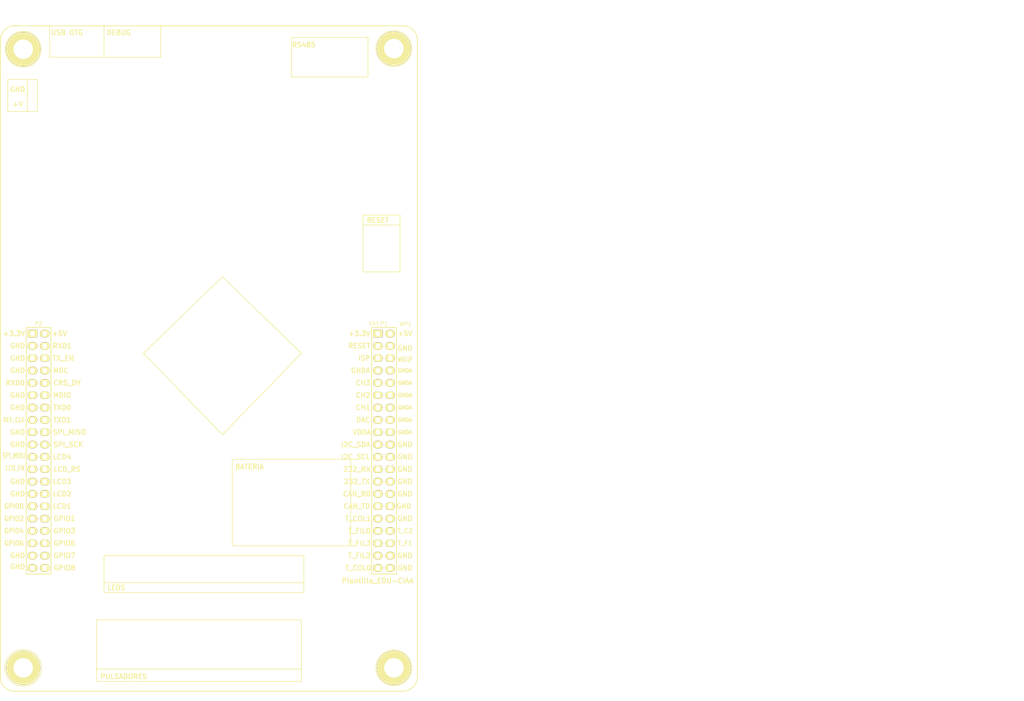
<source format=kicad_pcb>
(kicad_pcb (version 4) (host pcbnew 4.0.2-stable)

  (general
    (links 26)
    (no_connects 26)
    (area 14.882141 18.89 283.73971 182.405001)
    (thickness 1.6)
    (drawings 109)
    (tracks 0)
    (zones 0)
    (modules 2)
    (nets 44)
  )

  (page A4)
  (title_block
    (title "Poncho Grande - Modelo - Ejemplo - Template")
    (date 2015-10-06)
    (rev 1.0)
    (company "Proyecto CIAA - COMPUTADORA INDUSTRIAL ABIERTA ARGENTINA")
    (comment 1 https://github.com/ciaa/Ponchos/tree/master/modelos/doc)
    (comment 2 "Autores y Licencia del template (Diego Brengi - UNLaM)")
    (comment 3 "Autor del poncho (COMPLETAR NOMBRE Y APELLIDO). Ver directorio \"doc\"")
    (comment 4 "CÓDIGO PONCHO: ")
  )

  (layers
    (0 F.Cu signal)
    (31 B.Cu signal)
    (32 B.Adhes user)
    (33 F.Adhes user)
    (34 B.Paste user)
    (35 F.Paste user)
    (36 B.SilkS user)
    (37 F.SilkS user)
    (38 B.Mask user)
    (39 F.Mask user)
    (40 Dwgs.User user)
    (41 Cmts.User user)
    (42 Eco1.User user)
    (43 Eco2.User user)
    (44 Edge.Cuts user)
    (45 Margin user)
    (46 B.CrtYd user)
    (47 F.CrtYd user)
    (48 B.Fab user)
    (49 F.Fab user)
  )

  (setup
    (last_trace_width 0.381)
    (user_trace_width 0.508)
    (user_trace_width 0.635)
    (user_trace_width 0.762)
    (user_trace_width 1.016)
    (user_trace_width 1.27)
    (user_trace_width 1.524)
    (trace_clearance 0.508)
    (zone_clearance 0.508)
    (zone_45_only no)
    (trace_min 0.2)
    (segment_width 0.2)
    (edge_width 0.15)
    (via_size 0.6)
    (via_drill 0.4)
    (via_min_size 0.4)
    (via_min_drill 0.3)
    (uvia_size 0.3)
    (uvia_drill 0.1)
    (uvias_allowed no)
    (uvia_min_size 0)
    (uvia_min_drill 0)
    (pcb_text_width 0.3)
    (pcb_text_size 1.5 1.5)
    (mod_edge_width 0.15)
    (mod_text_size 0.000001 0.000001)
    (mod_text_width 0.15)
    (pad_size 7 7)
    (pad_drill 4)
    (pad_to_mask_clearance 0.2)
    (aux_axis_origin 0 0)
    (visible_elements 7FFEFFFF)
    (pcbplotparams
      (layerselection 0x00020_80000000)
      (usegerberextensions false)
      (excludeedgelayer false)
      (linewidth 0.100000)
      (plotframeref false)
      (viasonmask false)
      (mode 1)
      (useauxorigin false)
      (hpglpennumber 1)
      (hpglpenspeed 20)
      (hpglpendiameter 15)
      (hpglpenoverlay 2)
      (psnegative false)
      (psa4output false)
      (plotreference true)
      (plotvalue false)
      (plotinvisibletext false)
      (padsonsilk false)
      (subtractmaskfromsilk false)
      (outputformat 1)
      (mirror false)
      (drillshape 0)
      (scaleselection 1)
      (outputdirectory ""))
  )

  (net 0 "")
  (net 1 "/Circuito Principal/GPIO3")
  (net 2 GND)
  (net 3 "/Circuito Principal/GPIO7")
  (net 4 "/Circuito Principal/GPIO8")
  (net 5 "/Circuito Principal/ADC1")
  (net 6 "/Circuito Principal/ADC2")
  (net 7 "/Circuito Principal/ADC3")
  (net 8 "/Circuito Principal/DAC")
  (net 9 GNDA)
  (net 10 "/Circuito Principal/RXD")
  (net 11 +5V)
  (net 12 "/Circuito Principal/TXD")
  (net 13 "/Circuito Principal/COL0")
  (net 14 "/Circuito Principal/COL1")
  (net 15 "/Circuito Principal/F2")
  (net 16 "/Circuito Principal/F0")
  (net 17 "/Circuito Principal/F3")
  (net 18 "/Circuito Principal/LCD4")
  (net 19 "/Circuito Principal/RS")
  (net 20 +3.3VP)
  (net 21 "/Circuito Principal/RD")
  (net 22 "/Circuito Principal/TD")
  (net 23 "/Circuito Principal/SDA")
  (net 24 "/Circuito Principal/spiCCK")
  (net 25 "/Circuito Principal/MISO")
  (net 26 "/Circuito Principal/ISP")
  (net 27 "/Circuito Principal/RESET")
  (net 28 "/Circuito Principal/GPIO5")
  (net 29 "/Circuito Principal/LCD1")
  (net 30 "/Circuito Principal/LCD2")
  (net 31 "/Circuito Principal/LCD3")
  (net 32 +3.3V)
  (net 33 +5VP)
  (net 34 "/Circuito Principal/GPIO1")
  (net 35 "/Circuito Principal/RXD1")
  (net 36 "/Circuito Principal/TXEN")
  (net 37 "/Circuito Principal/MDC")
  (net 38 "/Circuito Principal/CRS")
  (net 39 "/Circuito Principal/MDIO")
  (net 40 "/Circuito Principal/TXD0")
  (net 41 "/Circuito Principal/TXD1")
  (net 42 +3.3VADC)
  (net 43 "/Circuito Principal/SCL")

  (net_class Default "This is the default net class."
    (clearance 0.508)
    (trace_width 0.381)
    (via_dia 0.6)
    (via_drill 0.4)
    (uvia_dia 0.3)
    (uvia_drill 0.1)
    (add_net +3.3V)
    (add_net +3.3VADC)
    (add_net +3.3VP)
    (add_net +5V)
    (add_net +5VP)
    (add_net "/Circuito Principal/ADC1")
    (add_net "/Circuito Principal/ADC2")
    (add_net "/Circuito Principal/ADC3")
    (add_net "/Circuito Principal/COL0")
    (add_net "/Circuito Principal/COL1")
    (add_net "/Circuito Principal/CRS")
    (add_net "/Circuito Principal/DAC")
    (add_net "/Circuito Principal/F0")
    (add_net "/Circuito Principal/F2")
    (add_net "/Circuito Principal/F3")
    (add_net "/Circuito Principal/GPIO1")
    (add_net "/Circuito Principal/GPIO3")
    (add_net "/Circuito Principal/GPIO5")
    (add_net "/Circuito Principal/GPIO7")
    (add_net "/Circuito Principal/GPIO8")
    (add_net "/Circuito Principal/ISP")
    (add_net "/Circuito Principal/LCD1")
    (add_net "/Circuito Principal/LCD2")
    (add_net "/Circuito Principal/LCD3")
    (add_net "/Circuito Principal/LCD4")
    (add_net "/Circuito Principal/MDC")
    (add_net "/Circuito Principal/MDIO")
    (add_net "/Circuito Principal/MISO")
    (add_net "/Circuito Principal/RD")
    (add_net "/Circuito Principal/RESET")
    (add_net "/Circuito Principal/RS")
    (add_net "/Circuito Principal/RXD")
    (add_net "/Circuito Principal/RXD1")
    (add_net "/Circuito Principal/SCL")
    (add_net "/Circuito Principal/SDA")
    (add_net "/Circuito Principal/TD")
    (add_net "/Circuito Principal/TXD")
    (add_net "/Circuito Principal/TXD0")
    (add_net "/Circuito Principal/TXD1")
    (add_net "/Circuito Principal/TXEN")
    (add_net "/Circuito Principal/spiCCK")
    (add_net GND)
    (add_net GNDA)
  )

  (module Poncho_Esqueleto:Plantilla_EDU-CIAA locked (layer F.Cu) (tedit 560FA1A7) (tstamp 560FA311)
    (at 151.13 88.9)
    (tags "plantilla poncho EDU CIAA")
    (fp_text reference MP1 (at 5.715 -1.905) (layer F.SilkS)
      (effects (font (size 0.8 0.8) (thickness 0.12)))
    )
    (fp_text value Plantilla_EDU-CIAA (at -0.03 50.9) (layer F.SilkS)
      (effects (font (size 1.016 1.016) (thickness 0.2032)))
    )
    (fp_line (start -73.025 68.834) (end -74.93 68.834) (layer F.SilkS) (width 0.15))
    (fp_line (start -73.025 68.834) (end -71.12 68.834) (layer F.SilkS) (width 0.15))
    (fp_line (start -73.025 68.834) (end -73.025 70.739) (layer F.SilkS) (width 0.15))
    (fp_line (start -73.025 68.834) (end -73.025 66.929) (layer F.SilkS) (width 0.15))
    (fp_circle (center -73.025 68.834) (end -72.136 65.151) (layer F.SilkS) (width 0.15))
    (fp_circle (center 3.302 68.834) (end 6.858 69.85) (layer F.SilkS) (width 0.15))
    (fp_line (start 3.302 68.834) (end 5.207 68.834) (layer F.SilkS) (width 0.15))
    (fp_line (start 3.302 68.834) (end 1.397 68.834) (layer F.SilkS) (width 0.15))
    (fp_line (start 3.302 68.834) (end 3.302 70.739) (layer F.SilkS) (width 0.15))
    (fp_line (start 3.302 68.834) (end 3.302 66.929) (layer F.SilkS) (width 0.15))
    (fp_line (start 3.302 -58.674) (end 1.397 -58.674) (layer F.SilkS) (width 0.15))
    (fp_line (start 3.302 -58.674) (end 5.207 -58.674) (layer F.SilkS) (width 0.15))
    (fp_line (start 3.302 -58.674) (end 3.302 -56.769) (layer F.SilkS) (width 0.15))
    (fp_line (start 3.302 -58.674) (end 3.302 -60.579) (layer F.SilkS) (width 0.15))
    (fp_circle (center 3.302 -58.674) (end 6.731 -57.277) (layer F.SilkS) (width 0.15))
    (fp_circle (center -73.025 -58.547) (end -69.469 -59.563) (layer F.SilkS) (width 0.15))
    (fp_line (start -73.025 -58.547) (end -74.93 -58.547) (layer F.SilkS) (width 0.15))
    (fp_line (start -73.025 -58.547) (end -71.12 -58.547) (layer F.SilkS) (width 0.15))
    (fp_line (start -73.025 -58.547) (end -73.025 -56.642) (layer F.SilkS) (width 0.15))
    (fp_line (start -73.025 -58.547) (end -73.025 -60.452) (layer F.SilkS) (width 0.15))
    (fp_circle (center 0 0) (end 0.508 0) (layer F.SilkS) (width 0.15))
    (fp_line (start -72.136 -45.72) (end -70.104 -45.72) (layer F.SilkS) (width 0.15))
    (fp_line (start -70.104 -45.72) (end -70.104 -52.324) (layer F.SilkS) (width 0.15))
    (fp_line (start -70.104 -52.324) (end -72.136 -52.324) (layer F.SilkS) (width 0.15))
    (fp_text user GND (at -74.168 -50.292) (layer F.SilkS)
      (effects (font (size 1 1) (thickness 0.2)))
    )
    (fp_text user +V (at -74.168 -47.244) (layer F.SilkS)
      (effects (font (size 1 1) (thickness 0.2)))
    )
    (fp_line (start -76.2 -45.72) (end -72.136 -45.72) (layer F.SilkS) (width 0.15))
    (fp_line (start -72.136 -45.72) (end -72.136 -52.324) (layer F.SilkS) (width 0.15))
    (fp_line (start -72.136 -52.324) (end -76.2 -52.324) (layer F.SilkS) (width 0.15))
    (fp_line (start -76.2 -52.324) (end -76.2 -45.72) (layer F.SilkS) (width 0.15))
    (fp_text user DEBUG (at -53.34 -61.976) (layer F.SilkS)
      (effects (font (size 1 1) (thickness 0.2)))
    )
    (fp_text user "USB OTG" (at -64.008 -61.976) (layer F.SilkS)
      (effects (font (size 1 1) (thickness 0.2)))
    )
    (fp_line (start -56.388 -56.896) (end -56.388 -63.5) (layer F.SilkS) (width 0.15))
    (fp_line (start -44.704 -62.992) (end -44.704 -63.5) (layer F.SilkS) (width 0.15))
    (fp_line (start -67.564 -56.896) (end -67.564 -62.992) (layer F.SilkS) (width 0.15))
    (fp_line (start -67.564 -62.992) (end -67.564 -63.5) (layer F.SilkS) (width 0.15))
    (fp_line (start -44.704 -62.992) (end -44.704 -56.896) (layer F.SilkS) (width 0.15))
    (fp_line (start -44.704 -56.896) (end -59.436 -56.896) (layer F.SilkS) (width 0.15))
    (fp_line (start -67.564 -56.896) (end -59.436 -56.896) (layer F.SilkS) (width 0.15))
    (fp_text user RS485 (at -15.24 -59.436) (layer F.SilkS)
      (effects (font (size 1 1) (thickness 0.2)))
    )
    (fp_line (start -17.78 -52.832) (end -2.032 -52.832) (layer F.SilkS) (width 0.15))
    (fp_line (start -2.032 -52.832) (end -2.032 -60.96) (layer F.SilkS) (width 0.15))
    (fp_line (start -2.032 -60.96) (end -17.78 -60.96) (layer F.SilkS) (width 0.15))
    (fp_line (start -17.78 -60.96) (end -17.78 -52.832) (layer F.SilkS) (width 0.15))
    (fp_line (start -32.004 20.828) (end -48.26 4.064) (layer F.SilkS) (width 0.15))
    (fp_line (start -48.26 4.064) (end -32.004 -11.684) (layer F.SilkS) (width 0.15))
    (fp_line (start -32.004 -11.684) (end -15.748 4.064) (layer F.SilkS) (width 0.15))
    (fp_line (start -15.748 4.064) (end -32.004 20.828) (layer F.SilkS) (width 0.15))
    (fp_text user RESET (at 0 -23.368) (layer F.SilkS)
      (effects (font (size 1 1) (thickness 0.2)))
    )
    (fp_line (start -57.912 71.628) (end -57.912 69.088) (layer F.SilkS) (width 0.15))
    (fp_line (start -57.912 71.628) (end -15.748 71.628) (layer F.SilkS) (width 0.15))
    (fp_line (start -15.748 71.628) (end -15.748 69.088) (layer F.SilkS) (width 0.15))
    (fp_line (start -57.912 69.088) (end -15.748 69.088) (layer F.SilkS) (width 0.15))
    (fp_line (start -56.388 53.34) (end -56.388 51.308) (layer F.SilkS) (width 0.15))
    (fp_line (start -56.388 53.34) (end -15.24 53.34) (layer F.SilkS) (width 0.15))
    (fp_line (start -15.24 53.34) (end -15.24 51.308) (layer F.SilkS) (width 0.15))
    (fp_line (start 4.572 -22.352) (end -3.048 -22.352) (layer F.SilkS) (width 0.15))
    (fp_line (start -3.048 -12.7) (end 4.572 -12.7) (layer F.SilkS) (width 0.15))
    (fp_line (start 4.572 -12.7) (end 4.572 -24.384) (layer F.SilkS) (width 0.15))
    (fp_line (start 4.572 -24.384) (end -3.048 -24.384) (layer F.SilkS) (width 0.15))
    (fp_line (start -3.048 -24.384) (end -3.048 -12.7) (layer F.SilkS) (width 0.15))
    (fp_text user BATERIA (at -26.416 27.432) (layer F.SilkS)
      (effects (font (size 1 1) (thickness 0.2)))
    )
    (fp_line (start -29.972 43.688) (end -5.588 43.688) (layer F.SilkS) (width 0.15))
    (fp_line (start -5.588 43.688) (end -5.588 25.908) (layer F.SilkS) (width 0.15))
    (fp_line (start -5.588 25.908) (end -29.972 25.908) (layer F.SilkS) (width 0.15))
    (fp_line (start -29.972 25.908) (end -29.972 43.688) (layer F.SilkS) (width 0.15))
    (fp_text user LEDS (at -53.848 52.324) (layer F.SilkS)
      (effects (font (size 1 1) (thickness 0.2)))
    )
    (fp_line (start -56.388 51.308) (end -15.24 51.308) (layer F.SilkS) (width 0.15))
    (fp_line (start -15.24 51.308) (end -15.24 45.72) (layer F.SilkS) (width 0.15))
    (fp_line (start -15.24 45.72) (end -56.388 45.72) (layer F.SilkS) (width 0.15))
    (fp_line (start -56.388 45.72) (end -56.388 51.308) (layer F.SilkS) (width 0.15))
    (fp_text user PULSADORES (at -52.324 70.612) (layer F.SilkS)
      (effects (font (size 1 1) (thickness 0.2)))
    )
    (fp_line (start -15.748 69.596) (end -15.748 58.928) (layer F.SilkS) (width 0.15))
    (fp_line (start -15.748 58.928) (end -57.912 58.928) (layer F.SilkS) (width 0.15))
    (fp_line (start -57.912 58.928) (end -57.912 69.596) (layer F.SilkS) (width 0.15))
    (fp_line (start -77.724 49.276) (end -77.724 -1.27) (layer F.SilkS) (width 0.15))
    (fp_arc (start -74.803 70.739) (end -74.93 73.66) (angle 90) (layer F.SilkS) (width 0.15))
    (fp_arc (start 5.08 70.612) (end 8.128 70.485) (angle 90) (layer F.SilkS) (width 0.15))
    (fp_arc (start 5.207 -60.452) (end 5.207 -63.373) (angle 90) (layer F.SilkS) (width 0.15))
    (fp_line (start -77.724 -60.706) (end -77.724 -56.769) (layer F.SilkS) (width 0.15))
    (fp_line (start -72.263 -63.373) (end -74.295 -63.373) (layer F.SilkS) (width 0.15))
    (fp_arc (start -74.676 -60.325) (end -77.724 -60.706) (angle 90) (layer F.SilkS) (width 0.15))
    (fp_line (start 5.461 -63.373) (end 4.826 -63.373) (layer F.SilkS) (width 0.15))
    (fp_line (start 8.128 -60.579) (end 8.128 -60.706) (layer F.SilkS) (width 0.15))
    (fp_line (start 8.128 -60.706) (end 8.128 -60.452) (layer F.SilkS) (width 0.15))
    (fp_line (start 3.937 -63.373) (end 4.826 -63.373) (layer F.SilkS) (width 0.15))
    (fp_line (start 0 -63.373) (end 3.937 -63.373) (layer F.SilkS) (width 0.15))
    (fp_line (start 8.128 -58.293) (end 8.128 -60.579) (layer F.SilkS) (width 0.15))
    (fp_line (start 0 -63.373) (end -8.636 -63.373) (layer F.SilkS) (width 0.15))
    (fp_line (start -8.636 -63.373) (end -72.136 -63.373) (layer F.SilkS) (width 0.15))
    (fp_line (start -77.724 -1.27) (end -77.724 -56.769) (layer F.SilkS) (width 0.15))
    (fp_line (start 8.128 -1.27) (end 8.128 -10.16) (layer F.SilkS) (width 0.15))
    (fp_line (start 8.128 -10.16) (end 8.128 -27.432) (layer F.SilkS) (width 0.15))
    (fp_line (start 8.128 -27.432) (end 8.128 -48.26) (layer F.SilkS) (width 0.15))
    (fp_line (start 8.128 -48.26) (end 8.128 -55.499) (layer F.SilkS) (width 0.15))
    (fp_line (start 8.128 -55.499) (end 8.128 -58.293) (layer F.SilkS) (width 0.15))
    (fp_line (start -77.724 70.612) (end -77.724 70.104) (layer F.SilkS) (width 0.15))
    (fp_line (start -74.422 73.66) (end -74.93 73.66) (layer F.SilkS) (width 0.15))
    (fp_line (start -73.025 73.66) (end -74.422 73.66) (layer F.SilkS) (width 0.15))
    (fp_line (start -77.724 67.056) (end -77.724 70.104) (layer F.SilkS) (width 0.15))
    (fp_line (start 3.302 73.66) (end 5.207 73.66) (layer F.SilkS) (width 0.15))
    (fp_line (start 8.128 66.802) (end 8.128 70.485) (layer F.SilkS) (width 0.15))
    (fp_line (start 8.128 49.403) (end 8.128 66.802) (layer F.SilkS) (width 0.15))
    (fp_line (start -77.724 49.403) (end -77.724 67.056) (layer F.SilkS) (width 0.15))
    (fp_line (start 3.302 73.66) (end -73.025 73.66) (layer F.SilkS) (width 0.15))
    (fp_line (start 8.128 0) (end 8.128 -1.27) (layer F.SilkS) (width 0.15))
    (fp_line (start 8.128 0) (end 8.128 49.53) (layer F.SilkS) (width 0.15))
    (fp_line (start -72.39 0) (end -72.39 -1.27) (layer F.SilkS) (width 0.15))
    (fp_line (start -72.39 -1.27) (end -67.31 -1.27) (layer F.SilkS) (width 0.15))
    (fp_line (start -67.31 -1.27) (end -67.31 49.53) (layer F.SilkS) (width 0.15))
    (fp_line (start -67.31 49.53) (end -72.39 49.53) (layer F.SilkS) (width 0.15))
    (fp_line (start -72.39 49.53) (end -72.39 0) (layer F.SilkS) (width 0.15))
    (fp_line (start -1.27 49.53) (end -1.27 -1.27) (layer F.SilkS) (width 0.15))
    (fp_line (start 3.81 49.53) (end 3.81 -1.27) (layer F.SilkS) (width 0.15))
    (fp_line (start 3.81 49.53) (end -1.27 49.53) (layer F.SilkS) (width 0.15))
    (fp_line (start 3.81 -1.27) (end -1.27 -1.27) (layer F.SilkS) (width 0.15))
  )

  (module mod:poncho_grande locked (layer F.Cu) (tedit 560F9FE5) (tstamp 5610F08B)
    (at 151.13 88.9)
    (tags CONN)
    (path /560A0C15/560C5732)
    (fp_text reference XA1 (at -0.762 -2.032 180) (layer F.SilkS)
      (effects (font (size 0.8 0.8) (thickness 0.12)))
    )
    (fp_text value "" (at 1.27 50.8) (layer F.SilkS)
      (effects (font (size 1.016 1.016) (thickness 0.2032)))
    )
    (fp_arc (start -74.803 70.739) (end -74.93 73.66) (angle 90) (layer F.SilkS) (width 0.15))
    (fp_arc (start 5.08 70.612) (end 8.128 70.485) (angle 90) (layer F.SilkS) (width 0.15))
    (fp_arc (start 5.207 -60.452) (end 5.207 -63.373) (angle 90) (layer F.SilkS) (width 0.15))
    (fp_line (start -77.724 -60.706) (end -77.724 -56.769) (layer F.SilkS) (width 0.15))
    (fp_line (start -72.263 -63.373) (end -74.295 -63.373) (layer F.SilkS) (width 0.15))
    (fp_arc (start -74.676 -60.325) (end -77.724 -60.706) (angle 90) (layer F.SilkS) (width 0.15))
    (fp_line (start 5.461 -63.373) (end 4.826 -63.373) (layer F.SilkS) (width 0.15))
    (fp_line (start 8.128 -60.579) (end 8.128 -60.706) (layer F.SilkS) (width 0.15))
    (fp_line (start 8.128 -60.706) (end 8.128 -60.452) (layer F.SilkS) (width 0.15))
    (fp_line (start 3.937 -63.373) (end 4.826 -63.373) (layer F.SilkS) (width 0.15))
    (fp_line (start 0 -63.373) (end 3.937 -63.373) (layer F.SilkS) (width 0.15))
    (fp_line (start 8.128 -58.293) (end 8.128 -60.579) (layer F.SilkS) (width 0.15))
    (fp_line (start 0 -63.373) (end -8.636 -63.373) (layer F.SilkS) (width 0.15))
    (fp_line (start -8.636 -63.373) (end -72.136 -63.373) (layer F.SilkS) (width 0.15))
    (fp_line (start -77.724 -1.27) (end -77.724 -56.769) (layer F.SilkS) (width 0.15))
    (fp_line (start 8.128 -1.27) (end 8.128 -10.16) (layer F.SilkS) (width 0.15))
    (fp_line (start 8.128 -10.16) (end 8.128 -27.432) (layer F.SilkS) (width 0.15))
    (fp_line (start 8.128 -27.432) (end 8.128 -48.26) (layer F.SilkS) (width 0.15))
    (fp_line (start 8.128 -48.26) (end 8.128 -55.499) (layer F.SilkS) (width 0.15))
    (fp_line (start 8.128 -55.499) (end 8.128 -58.293) (layer F.SilkS) (width 0.15))
    (fp_line (start -77.724 70.612) (end -77.724 70.104) (layer F.SilkS) (width 0.15))
    (fp_line (start -74.422 73.66) (end -74.93 73.66) (layer F.SilkS) (width 0.15))
    (fp_line (start -73.025 73.66) (end -74.422 73.66) (layer F.SilkS) (width 0.15))
    (fp_line (start -77.724 67.056) (end -77.724 70.104) (layer F.SilkS) (width 0.15))
    (fp_line (start 3.302 73.66) (end 5.207 73.66) (layer F.SilkS) (width 0.15))
    (fp_line (start 8.128 66.802) (end 8.128 70.485) (layer F.SilkS) (width 0.15))
    (fp_line (start 8.128 49.403) (end 8.128 66.802) (layer F.SilkS) (width 0.15))
    (fp_line (start -77.724 49.403) (end -77.724 67.056) (layer F.SilkS) (width 0.15))
    (fp_line (start 3.302 73.66) (end -73.025 73.66) (layer F.SilkS) (width 0.15))
    (fp_text user GPIO8 (at -64.516 48.26) (layer F.SilkS)
      (effects (font (size 1 1) (thickness 0.2)))
    )
    (fp_text user GPIO7 (at -64.516 45.72) (layer F.SilkS)
      (effects (font (size 1 1) (thickness 0.2)))
    )
    (fp_text user GPIO5 (at -64.516 43.18) (layer F.SilkS)
      (effects (font (size 1 1) (thickness 0.2)))
    )
    (fp_text user GPIO3 (at -64.516 40.64) (layer F.SilkS)
      (effects (font (size 1 1) (thickness 0.2)))
    )
    (fp_text user GPIO1 (at -64.516 38.1) (layer F.SilkS)
      (effects (font (size 1 1) (thickness 0.2)))
    )
    (fp_text user LCD1 (at -65.024 35.56) (layer F.SilkS)
      (effects (font (size 1 1) (thickness 0.2)))
    )
    (fp_text user LCD2 (at -65.024 33.02) (layer F.SilkS)
      (effects (font (size 1 1) (thickness 0.2)))
    )
    (fp_text user LCD3 (at -65.024 30.48) (layer F.SilkS)
      (effects (font (size 1 1) (thickness 0.2)))
    )
    (fp_text user LCD_RS (at -64.008 27.94) (layer F.SilkS)
      (effects (font (size 1 1) (thickness 0.2)))
    )
    (fp_text user LCD4 (at -65.024 25.4) (layer F.SilkS)
      (effects (font (size 1 1) (thickness 0.2)))
    )
    (fp_text user SPI_SCK (at -63.754 22.86) (layer F.SilkS)
      (effects (font (size 1 1) (thickness 0.2)))
    )
    (fp_text user SPI_MISO (at -63.5 20.32) (layer F.SilkS)
      (effects (font (size 1 1) (thickness 0.2)))
    )
    (fp_text user TXD1 (at -65.024 17.78) (layer F.SilkS)
      (effects (font (size 1 1) (thickness 0.2)))
    )
    (fp_text user TXD0 (at -65.024 15.24) (layer F.SilkS)
      (effects (font (size 1 1) (thickness 0.2)))
    )
    (fp_text user MDIO (at -65.024 12.7) (layer F.SilkS)
      (effects (font (size 1 1) (thickness 0.2)))
    )
    (fp_text user CRS_DV (at -64.008 10.16) (layer F.SilkS)
      (effects (font (size 1 1) (thickness 0.2)))
    )
    (fp_text user MDC (at -65.278 7.62) (layer F.SilkS)
      (effects (font (size 1 1) (thickness 0.2)))
    )
    (fp_text user TX_EN (at -64.77 5.08) (layer F.SilkS)
      (effects (font (size 1 1) (thickness 0.2)))
    )
    (fp_text user RXD1 (at -65.024 2.54) (layer F.SilkS)
      (effects (font (size 1 1) (thickness 0.2)))
    )
    (fp_text user +5V (at -65.532 0) (layer F.SilkS)
      (effects (font (size 1 1) (thickness 0.2)))
    )
    (fp_text user GND (at -74.168 48.006) (layer F.SilkS)
      (effects (font (size 1 1) (thickness 0.2)))
    )
    (fp_text user GND (at -74.168 45.72) (layer F.SilkS)
      (effects (font (size 1 1) (thickness 0.2)))
    )
    (fp_text user GPIO6 (at -74.93 43.18) (layer F.SilkS)
      (effects (font (size 1 0.9) (thickness 0.2)))
    )
    (fp_text user GPIO4 (at -74.93 40.64) (layer F.SilkS)
      (effects (font (size 1 0.9) (thickness 0.2)))
    )
    (fp_text user GPIO2 (at -74.93 38.1) (layer F.SilkS)
      (effects (font (size 1 0.9) (thickness 0.2)))
    )
    (fp_text user GPIO0 (at -74.93 35.56) (layer F.SilkS)
      (effects (font (size 1 0.9) (thickness 0.2)))
    )
    (fp_text user GND (at -74.168 33.02) (layer F.SilkS)
      (effects (font (size 1 1) (thickness 0.2)))
    )
    (fp_text user GND (at -74.168 30.48) (layer F.SilkS)
      (effects (font (size 1 1) (thickness 0.2)))
    )
    (fp_text user LCD_EN (at -74.676 27.686) (layer F.SilkS)
      (effects (font (size 1 0.7) (thickness 0.17)))
    )
    (fp_text user SPI_MOSI (at -74.93 25.146) (layer F.SilkS)
      (effects (font (size 1 0.7) (thickness 0.17)))
    )
    (fp_text user GND (at -74.168 22.86) (layer F.SilkS)
      (effects (font (size 1 1) (thickness 0.2)))
    )
    (fp_text user GND (at -74.168 20.32) (layer F.SilkS)
      (effects (font (size 1 1) (thickness 0.2)))
    )
    (fp_text user REF_CLK (at -74.93 17.78) (layer F.SilkS)
      (effects (font (size 0.9 0.7) (thickness 0.175)))
    )
    (fp_text user GND (at -74.168 15.24) (layer F.SilkS)
      (effects (font (size 1 1) (thickness 0.2)))
    )
    (fp_text user GND (at -74.168 12.7) (layer F.SilkS)
      (effects (font (size 1 1) (thickness 0.2)))
    )
    (fp_text user GND (at -74.168 7.62) (layer F.SilkS)
      (effects (font (size 1 1) (thickness 0.2)))
    )
    (fp_text user RXD0 (at -74.676 10.16) (layer F.SilkS)
      (effects (font (size 1 1) (thickness 0.2)))
    )
    (fp_text user GND (at -74.168 5.08) (layer F.SilkS)
      (effects (font (size 1 1) (thickness 0.2)))
    )
    (fp_text user GND (at -74.168 2.54) (layer F.SilkS)
      (effects (font (size 1 1) (thickness 0.2)))
    )
    (fp_text user +3.3V (at -74.93 0) (layer F.SilkS)
      (effects (font (size 1 1) (thickness 0.2)))
    )
    (fp_text user GND (at 5.588 48.26) (layer F.SilkS)
      (effects (font (size 1 1) (thickness 0.2)))
    )
    (fp_text user GND (at 5.588 45.72) (layer F.SilkS)
      (effects (font (size 1 1) (thickness 0.2)))
    )
    (fp_text user T_F1 (at 5.588 43.18) (layer F.SilkS)
      (effects (font (size 0.9 0.9) (thickness 0.18)))
    )
    (fp_text user T_C2 (at 5.588 40.64) (layer F.SilkS)
      (effects (font (size 0.9 0.9) (thickness 0.18)))
    )
    (fp_text user GND (at 5.588 38.1) (layer F.SilkS)
      (effects (font (size 1 1) (thickness 0.2)))
    )
    (fp_text user GND (at 5.334 35.56) (layer F.SilkS)
      (effects (font (size 1 1) (thickness 0.2)))
    )
    (fp_text user GND (at 5.588 33.02) (layer F.SilkS)
      (effects (font (size 1 1) (thickness 0.2)))
    )
    (fp_text user GND (at 5.588 30.48) (layer F.SilkS)
      (effects (font (size 1 1) (thickness 0.2)))
    )
    (fp_text user GND (at 5.588 27.94) (layer F.SilkS)
      (effects (font (size 1 1) (thickness 0.2)))
    )
    (fp_text user GND (at 5.588 25.4) (layer F.SilkS)
      (effects (font (size 1 1) (thickness 0.2)))
    )
    (fp_text user GND (at 5.588 22.86) (layer F.SilkS)
      (effects (font (size 1 1) (thickness 0.2)))
    )
    (fp_text user GNDA (at 5.588 20.32) (layer F.SilkS)
      (effects (font (size 0.76 0.76) (thickness 0.19)))
    )
    (fp_text user GNDA (at 5.588 17.78) (layer F.SilkS)
      (effects (font (size 0.76 0.76) (thickness 0.19)))
    )
    (fp_text user GNDA (at 5.588 15.24) (layer F.SilkS)
      (effects (font (size 0.76 0.76) (thickness 0.19)))
    )
    (fp_text user GNDA (at 5.588 12.7) (layer F.SilkS)
      (effects (font (size 0.76 0.76) (thickness 0.19)))
    )
    (fp_text user GNDA (at 5.588 10.16) (layer F.SilkS)
      (effects (font (size 0.76 0.76) (thickness 0.19)))
    )
    (fp_text user GNDA (at 5.588 7.62) (layer F.SilkS)
      (effects (font (size 0.76 0.76) (thickness 0.19)))
    )
    (fp_text user WAKEUP (at 5.588 5.334) (layer F.SilkS)
      (effects (font (size 1 0.5) (thickness 0.125)))
    )
    (fp_text user GND (at 5.588 3.048) (layer F.SilkS)
      (effects (font (size 1 1) (thickness 0.2)))
    )
    (fp_text user +5V (at 5.588 0) (layer F.SilkS)
      (effects (font (size 1 1) (thickness 0.2)))
    )
    (fp_text user T_COL0 (at -4.064 48.26) (layer F.SilkS)
      (effects (font (size 1 1) (thickness 0.2)))
    )
    (fp_text user T_FIL2 (at -3.81 45.72) (layer F.SilkS)
      (effects (font (size 1 1) (thickness 0.2)))
    )
    (fp_text user T_FIL3 (at -3.81 43.18) (layer F.SilkS)
      (effects (font (size 1 1) (thickness 0.2)))
    )
    (fp_text user T_FIL0 (at -3.81 40.64) (layer F.SilkS)
      (effects (font (size 1 1) (thickness 0.2)))
    )
    (fp_text user T_COL1 (at -4.064 38.1) (layer F.SilkS)
      (effects (font (size 1 1) (thickness 0.2)))
    )
    (fp_text user CAN_TD (at -4.318 35.56) (layer F.SilkS)
      (effects (font (size 1 1) (thickness 0.2)))
    )
    (fp_text user CAN_RD (at -4.318 33.02) (layer F.SilkS)
      (effects (font (size 1 1) (thickness 0.2)))
    )
    (fp_text user 232_TX (at -4.318 30.48) (layer F.SilkS)
      (effects (font (size 1 1) (thickness 0.2)))
    )
    (fp_text user 232_RX (at -4.318 27.94) (layer F.SilkS)
      (effects (font (size 1 1) (thickness 0.2)))
    )
    (fp_text user I2C_SCL (at -4.572 25.4) (layer F.SilkS)
      (effects (font (size 1 1) (thickness 0.2)))
    )
    (fp_text user I2C_SDA (at -4.572 22.86) (layer F.SilkS)
      (effects (font (size 1 1) (thickness 0.2)))
    )
    (fp_text user VDDA (at -3.302 20.32) (layer F.SilkS)
      (effects (font (size 1 1) (thickness 0.2)))
    )
    (fp_text user DAC (at -3.048 17.78) (layer F.SilkS)
      (effects (font (size 1 1) (thickness 0.2)))
    )
    (fp_text user CH1 (at -3.048 15.24) (layer F.SilkS)
      (effects (font (size 1 1) (thickness 0.2)))
    )
    (fp_text user CH2 (at -3.048 12.7) (layer F.SilkS)
      (effects (font (size 1 1) (thickness 0.2)))
    )
    (fp_text user CH3 (at -3.048 10.16) (layer F.SilkS)
      (effects (font (size 1 1) (thickness 0.2)))
    )
    (fp_text user GNDA (at -3.556 7.62) (layer F.SilkS)
      (effects (font (size 1 1) (thickness 0.2)))
    )
    (fp_text user ISP (at -2.794 5.08) (layer F.SilkS)
      (effects (font (size 1 1) (thickness 0.2)))
    )
    (fp_text user RESET (at -3.81 2.54) (layer F.SilkS)
      (effects (font (size 1 1) (thickness 0.2)))
    )
    (fp_text user P2 (at -69.85 -2.032) (layer F.SilkS)
      (effects (font (size 0.8 0.8) (thickness 0.12)))
    )
    (fp_text user P1 (at 1.27 -2.032) (layer F.SilkS)
      (effects (font (size 0.8 0.8) (thickness 0.12)))
    )
    (fp_line (start -77.724 -1.27) (end -77.724 49.53) (layer F.SilkS) (width 0.15))
    (fp_line (start 8.128 0) (end 8.128 -1.27) (layer F.SilkS) (width 0.15))
    (fp_line (start 8.128 0) (end 8.128 49.53) (layer F.SilkS) (width 0.15))
    (fp_text user +3.3V (at -3.81 0) (layer F.SilkS)
      (effects (font (size 1 1) (thickness 0.2)))
    )
    (fp_line (start -72.39 0) (end -72.39 -1.27) (layer F.SilkS) (width 0.15))
    (fp_line (start -72.39 -1.27) (end -67.31 -1.27) (layer F.SilkS) (width 0.15))
    (fp_line (start -67.31 -1.27) (end -67.31 49.53) (layer F.SilkS) (width 0.15))
    (fp_line (start -67.31 49.53) (end -72.39 49.53) (layer F.SilkS) (width 0.15))
    (fp_line (start -72.39 49.53) (end -72.39 0) (layer F.SilkS) (width 0.15))
    (fp_line (start -1.27 49.53) (end -1.27 -1.27) (layer F.SilkS) (width 0.15))
    (fp_line (start 3.81 49.53) (end 3.81 -1.27) (layer F.SilkS) (width 0.15))
    (fp_line (start 3.81 49.53) (end -1.27 49.53) (layer F.SilkS) (width 0.15))
    (fp_line (start 3.81 -1.27) (end -1.27 -1.27) (layer F.SilkS) (width 0.15))
    (pad 1 thru_hole rect (at 0 0 270) (size 1.524 2) (drill 1.016) (layers *.Cu *.Mask F.SilkS)
      (net 32 +3.3V))
    (pad 2 thru_hole oval (at 2.54 0 270) (size 1.524 2) (drill 1.016) (layers *.Cu *.Mask F.SilkS)
      (net 11 +5V))
    (pad 11 thru_hole oval (at 0 12.7 270) (size 1.524 2) (drill 1.016) (layers *.Cu *.Mask F.SilkS)
      (net 6 "/Circuito Principal/ADC2"))
    (pad 4 thru_hole oval (at 2.54 2.54 270) (size 1.524 2) (drill 1.016) (layers *.Cu *.Mask F.SilkS)
      (net 2 GND))
    (pad 13 thru_hole oval (at 0 15.24 270) (size 1.524 2) (drill 1.016) (layers *.Cu *.Mask F.SilkS)
      (net 5 "/Circuito Principal/ADC1"))
    (pad 6 thru_hole oval (at 2.54 5.08 270) (size 1.524 2) (drill 1.016) (layers *.Cu *.Mask F.SilkS))
    (pad 15 thru_hole oval (at 0 17.78 270) (size 1.524 2) (drill 1.016) (layers *.Cu *.Mask F.SilkS)
      (net 8 "/Circuito Principal/DAC"))
    (pad 8 thru_hole oval (at 2.54 7.62 270) (size 1.524 2) (drill 1.016) (layers *.Cu *.Mask F.SilkS)
      (net 9 GNDA))
    (pad 17 thru_hole oval (at 0 20.32 270) (size 1.524 2) (drill 1.016) (layers *.Cu *.Mask F.SilkS)
      (net 42 +3.3VADC))
    (pad 10 thru_hole oval (at 2.54 10.16 270) (size 1.524 2) (drill 1.016) (layers *.Cu *.Mask F.SilkS)
      (net 9 GNDA))
    (pad 19 thru_hole oval (at 0 22.86 270) (size 1.524 2) (drill 1.016) (layers *.Cu *.Mask F.SilkS)
      (net 23 "/Circuito Principal/SDA"))
    (pad 12 thru_hole oval (at 2.54 12.7 270) (size 1.524 2) (drill 1.016) (layers *.Cu *.Mask F.SilkS)
      (net 9 GNDA))
    (pad 21 thru_hole oval (at 0 25.4 270) (size 1.524 2) (drill 1.016) (layers *.Cu *.Mask F.SilkS)
      (net 43 "/Circuito Principal/SCL"))
    (pad 14 thru_hole oval (at 2.54 15.24 270) (size 1.524 2) (drill 1.016) (layers *.Cu *.Mask F.SilkS)
      (net 9 GNDA))
    (pad 23 thru_hole oval (at 0 27.94 270) (size 1.524 2) (drill 1.016) (layers *.Cu *.Mask F.SilkS)
      (net 10 "/Circuito Principal/RXD"))
    (pad 16 thru_hole oval (at 2.54 17.78 270) (size 1.524 2) (drill 1.016) (layers *.Cu *.Mask F.SilkS)
      (net 9 GNDA))
    (pad 25 thru_hole oval (at 0 30.48 270) (size 1.524 2) (drill 1.016) (layers *.Cu *.Mask F.SilkS)
      (net 12 "/Circuito Principal/TXD"))
    (pad 18 thru_hole oval (at 2.54 20.32 270) (size 1.524 2) (drill 1.016) (layers *.Cu *.Mask F.SilkS)
      (net 9 GNDA))
    (pad 27 thru_hole oval (at 0 33.02 270) (size 1.524 2) (drill 1.016) (layers *.Cu *.Mask F.SilkS)
      (net 21 "/Circuito Principal/RD"))
    (pad 20 thru_hole oval (at 2.54 22.86 270) (size 1.524 2) (drill 1.016) (layers *.Cu *.Mask F.SilkS)
      (net 2 GND))
    (pad 29 thru_hole oval (at 0 35.56 270) (size 1.524 2) (drill 1.016) (layers *.Cu *.Mask F.SilkS)
      (net 22 "/Circuito Principal/TD"))
    (pad 22 thru_hole oval (at 2.54 25.4 270) (size 1.524 2) (drill 1.016) (layers *.Cu *.Mask F.SilkS)
      (net 2 GND))
    (pad 31 thru_hole oval (at 0 38.1 270) (size 1.524 2) (drill 1.016) (layers *.Cu *.Mask F.SilkS)
      (net 14 "/Circuito Principal/COL1"))
    (pad 24 thru_hole oval (at 2.54 27.94 270) (size 1.524 2) (drill 1.016) (layers *.Cu *.Mask F.SilkS)
      (net 2 GND))
    (pad 26 thru_hole oval (at 2.54 30.48 270) (size 1.524 2) (drill 1.016) (layers *.Cu *.Mask F.SilkS)
      (net 2 GND))
    (pad 33 thru_hole oval (at 0 40.64 270) (size 1.524 2) (drill 1.016) (layers *.Cu *.Mask F.SilkS)
      (net 16 "/Circuito Principal/F0"))
    (pad 28 thru_hole oval (at 2.54 33.02 270) (size 1.524 2) (drill 1.016) (layers *.Cu *.Mask F.SilkS)
      (net 2 GND))
    (pad 32 thru_hole oval (at 2.54 38.1 270) (size 1.524 2) (drill 1.016) (layers *.Cu *.Mask F.SilkS)
      (net 2 GND))
    (pad 34 thru_hole oval (at 2.54 40.64 270) (size 1.524 2) (drill 1.016) (layers *.Cu *.Mask F.SilkS))
    (pad 36 thru_hole oval (at 2.54 43.18 270) (size 1.524 2) (drill 1.016) (layers *.Cu *.Mask F.SilkS))
    (pad 38 thru_hole oval (at 2.54 45.72 270) (size 1.524 2) (drill 1.016) (layers *.Cu *.Mask F.SilkS)
      (net 2 GND))
    (pad 35 thru_hole oval (at 0 43.18 270) (size 1.524 2) (drill 1.016) (layers *.Cu *.Mask F.SilkS)
      (net 17 "/Circuito Principal/F3"))
    (pad 37 thru_hole oval (at 0 45.72 270) (size 1.524 2) (drill 1.016) (layers *.Cu *.Mask F.SilkS)
      (net 15 "/Circuito Principal/F2"))
    (pad 3 thru_hole oval (at 0 2.54 270) (size 1.524 2) (drill 1.016) (layers *.Cu *.Mask F.SilkS)
      (net 27 "/Circuito Principal/RESET"))
    (pad 5 thru_hole oval (at 0 5.08 270) (size 1.524 2) (drill 1.016) (layers *.Cu *.Mask F.SilkS)
      (net 26 "/Circuito Principal/ISP"))
    (pad 7 thru_hole oval (at 0 7.62 270) (size 1.524 2) (drill 1.016) (layers *.Cu *.Mask F.SilkS)
      (net 9 GNDA))
    (pad 9 thru_hole oval (at 0 10.16 270) (size 1.524 2) (drill 1.016) (layers *.Cu *.Mask F.SilkS)
      (net 7 "/Circuito Principal/ADC3"))
    (pad 39 thru_hole oval (at 0 48.26 270) (size 1.524 2) (drill 1.016) (layers *.Cu *.Mask F.SilkS)
      (net 13 "/Circuito Principal/COL0"))
    (pad 40 thru_hole oval (at 2.54 48.26 270) (size 1.524 2) (drill 1.016) (layers *.Cu *.Mask F.SilkS)
      (net 2 GND))
    (pad 30 thru_hole oval (at 2.54 35.56 270) (size 1.524 2) (drill 1.016) (layers *.Cu *.Mask F.SilkS)
      (net 2 GND))
    (pad 41 thru_hole rect (at -71.12 0 270) (size 1.524 2) (drill 1.016) (layers *.Cu *.Mask F.SilkS)
      (net 20 +3.3VP))
    (pad 42 thru_hole oval (at -68.58 0 270) (size 1.524 2) (drill 1.016) (layers *.Cu *.Mask F.SilkS)
      (net 33 +5VP))
    (pad 43 thru_hole oval (at -71.12 2.54 270) (size 1.524 2) (drill 1.016) (layers *.Cu *.Mask F.SilkS)
      (net 2 GND))
    (pad 44 thru_hole oval (at -68.58 2.54 270) (size 1.524 2) (drill 1.016) (layers *.Cu *.Mask F.SilkS)
      (net 35 "/Circuito Principal/RXD1"))
    (pad 45 thru_hole oval (at -71.12 5.08 270) (size 1.524 2) (drill 1.016) (layers *.Cu *.Mask F.SilkS)
      (net 2 GND))
    (pad 46 thru_hole oval (at -68.58 5.08 270) (size 1.524 2) (drill 1.016) (layers *.Cu *.Mask F.SilkS)
      (net 36 "/Circuito Principal/TXEN"))
    (pad 47 thru_hole oval (at -71.12 7.62 270) (size 1.524 2) (drill 1.016) (layers *.Cu *.Mask F.SilkS)
      (net 2 GND))
    (pad 48 thru_hole oval (at -68.58 7.62 270) (size 1.524 2) (drill 1.016) (layers *.Cu *.Mask F.SilkS)
      (net 37 "/Circuito Principal/MDC"))
    (pad 49 thru_hole oval (at -71.12 10.16 270) (size 1.524 2) (drill 1.016) (layers *.Cu *.Mask F.SilkS))
    (pad 50 thru_hole oval (at -68.58 10.16 270) (size 1.524 2) (drill 1.016) (layers *.Cu *.Mask F.SilkS)
      (net 38 "/Circuito Principal/CRS"))
    (pad 51 thru_hole oval (at -71.12 12.7 270) (size 1.524 2) (drill 1.016) (layers *.Cu *.Mask F.SilkS)
      (net 2 GND))
    (pad 52 thru_hole oval (at -68.58 12.7 270) (size 1.524 2) (drill 1.016) (layers *.Cu *.Mask F.SilkS)
      (net 39 "/Circuito Principal/MDIO"))
    (pad 53 thru_hole oval (at -71.12 15.24 270) (size 1.524 2) (drill 1.016) (layers *.Cu *.Mask F.SilkS)
      (net 2 GND))
    (pad 54 thru_hole oval (at -68.58 15.24 270) (size 1.524 2) (drill 1.016) (layers *.Cu *.Mask F.SilkS)
      (net 40 "/Circuito Principal/TXD0"))
    (pad 55 thru_hole oval (at -71.12 17.78 270) (size 1.524 2) (drill 1.016) (layers *.Cu *.Mask F.SilkS))
    (pad 56 thru_hole oval (at -68.58 17.78 270) (size 1.524 2) (drill 1.016) (layers *.Cu *.Mask F.SilkS)
      (net 41 "/Circuito Principal/TXD1"))
    (pad 57 thru_hole oval (at -71.12 20.32 270) (size 1.524 2) (drill 1.016) (layers *.Cu *.Mask F.SilkS)
      (net 2 GND))
    (pad 58 thru_hole oval (at -68.58 20.32 270) (size 1.524 2) (drill 1.016) (layers *.Cu *.Mask F.SilkS)
      (net 25 "/Circuito Principal/MISO"))
    (pad 59 thru_hole oval (at -71.12 22.86 270) (size 1.524 2) (drill 1.016) (layers *.Cu *.Mask F.SilkS)
      (net 2 GND))
    (pad 60 thru_hole oval (at -68.58 22.86 270) (size 1.524 2) (drill 1.016) (layers *.Cu *.Mask F.SilkS)
      (net 24 "/Circuito Principal/spiCCK"))
    (pad 61 thru_hole oval (at -71.12 25.4 270) (size 1.524 2) (drill 1.016) (layers *.Cu *.Mask F.SilkS))
    (pad 62 thru_hole oval (at -68.58 25.4 270) (size 1.524 2) (drill 1.016) (layers *.Cu *.Mask F.SilkS)
      (net 18 "/Circuito Principal/LCD4"))
    (pad 63 thru_hole oval (at -71.12 27.94 270) (size 1.524 2) (drill 1.016) (layers *.Cu *.Mask F.SilkS))
    (pad 64 thru_hole oval (at -68.58 27.94 270) (size 1.524 2) (drill 1.016) (layers *.Cu *.Mask F.SilkS)
      (net 19 "/Circuito Principal/RS"))
    (pad 65 thru_hole oval (at -71.12 30.48 270) (size 1.524 2) (drill 1.016) (layers *.Cu *.Mask F.SilkS)
      (net 2 GND))
    (pad 66 thru_hole oval (at -68.58 30.48 270) (size 1.524 2) (drill 1.016) (layers *.Cu *.Mask F.SilkS)
      (net 31 "/Circuito Principal/LCD3"))
    (pad 67 thru_hole oval (at -71.12 33.02 270) (size 1.524 2) (drill 1.016) (layers *.Cu *.Mask F.SilkS)
      (net 2 GND))
    (pad 68 thru_hole oval (at -68.58 33.02 270) (size 1.524 2) (drill 1.016) (layers *.Cu *.Mask F.SilkS)
      (net 30 "/Circuito Principal/LCD2"))
    (pad 69 thru_hole oval (at -71.12 35.56 270) (size 1.524 2) (drill 1.016) (layers *.Cu *.Mask F.SilkS))
    (pad 70 thru_hole oval (at -68.58 35.56 270) (size 1.524 2) (drill 1.016) (layers *.Cu *.Mask F.SilkS)
      (net 29 "/Circuito Principal/LCD1"))
    (pad 71 thru_hole oval (at -71.12 38.1 270) (size 1.524 2) (drill 1.016) (layers *.Cu *.Mask F.SilkS))
    (pad 72 thru_hole oval (at -68.58 38.1 270) (size 1.524 2) (drill 1.016) (layers *.Cu *.Mask F.SilkS)
      (net 34 "/Circuito Principal/GPIO1"))
    (pad 73 thru_hole oval (at -71.12 40.64 270) (size 1.524 2) (drill 1.016) (layers *.Cu *.Mask F.SilkS))
    (pad 74 thru_hole oval (at -68.58 40.64 270) (size 1.524 2) (drill 1.016) (layers *.Cu *.Mask F.SilkS)
      (net 1 "/Circuito Principal/GPIO3"))
    (pad 75 thru_hole oval (at -71.12 43.18 270) (size 1.524 2) (drill 1.016) (layers *.Cu *.Mask F.SilkS))
    (pad 76 thru_hole oval (at -68.58 43.18 270) (size 1.524 2) (drill 1.016) (layers *.Cu *.Mask F.SilkS)
      (net 28 "/Circuito Principal/GPIO5"))
    (pad 77 thru_hole oval (at -71.12 45.72 270) (size 1.524 2) (drill 1.016) (layers *.Cu *.Mask F.SilkS)
      (net 2 GND))
    (pad 78 thru_hole oval (at -68.58 45.72 270) (size 1.524 2) (drill 1.016) (layers *.Cu *.Mask F.SilkS)
      (net 3 "/Circuito Principal/GPIO7"))
    (pad 79 thru_hole oval (at -71.12 48.26 270) (size 1.524 2) (drill 1.016) (layers *.Cu *.Mask F.SilkS)
      (net 2 GND))
    (pad 80 thru_hole oval (at -68.58 48.26 270) (size 1.524 2) (drill 1.016) (layers *.Cu *.Mask F.SilkS)
      (net 4 "/Circuito Principal/GPIO8"))
    (pad ~ thru_hole circle (at -73.025 68.834) (size 7 7) (drill 4) (layers *.Cu *.Mask F.SilkS))
    (pad ~ thru_hole circle (at 3.302 68.834) (size 7 7) (drill 4) (layers *.Cu *.Mask F.SilkS))
    (pad ~ thru_hole circle (at -73.025 -58.547) (size 7 7) (drill 4) (layers *.Cu *.Mask F.SilkS))
    (pad ~ thru_hole circle (at 3.302 -58.674) (size 7 7) (drill 4) (layers *.Cu *.Mask F.SilkS))
  )

  (gr_text "Borrar (Footprint MP1) la Plantilla-EDU-CIAA \nal finalizar  el posicionamiento y definido el \nborde de PCB.\n" (at 210.185 86.36) (layer Dwgs.User) (tstamp 560FAF2D)
    (effects (font (size 1.5 1.5) (thickness 0.3)) (justify left))
  )
  (gr_text "Editar el rótulo" (at 218.186 156.845) (layer Dwgs.User) (tstamp 560FAF2C)
    (effects (font (size 1.5 1.5) (thickness 0.3)))
  )
  (gr_line (start 228.346 156.845) (end 236.601 156.845) (angle 90) (layer Dwgs.User) (width 0.2) (tstamp 560FAF2B))
  (gr_line (start 236.601 156.845) (end 236.601 164.465) (angle 90) (layer Dwgs.User) (width 0.2) (tstamp 560FAF2A))
  (gr_line (start 236.601 164.465) (end 235.331 163.195) (angle 90) (layer Dwgs.User) (width 0.2) (tstamp 560FAF29))
  (gr_line (start 235.331 163.195) (end 236.601 164.465) (angle 90) (layer Dwgs.User) (width 0.2) (tstamp 560FAF28))
  (gr_line (start 236.601 164.465) (end 237.871 163.195) (angle 90) (layer Dwgs.User) (width 0.2) (tstamp 560FAF27))
  (gr_text "Para un diseño nuevo luego de modificar el esquemático:\n1)Seleccionar el bloque del PCB y cotas. (click-drag-release).\n2)Opción de borrar bloque (Botón derecho).\n3)Marcar todo menos locked footprints (MP1 y XA1)\n4) Aceptar.\n5) Volver a cargar el netlist." (at 209.804 117.856) (layer Dwgs.User) (tstamp 560FAF26)
    (effects (font (size 1.5 1.5) (thickness 0.3)) (justify left))
  )
  (gr_text "Colocar código de Poncho\nen cobre, serigrafía y rótulo." (at 210.185 139.065) (layer Dwgs.User) (tstamp 560FAF25)
    (effects (font (size 1.5 1.5) (thickness 0.3)) (justify left))
  )
  (gr_text "Editar  el stackup para reflejar \ncantidad de capas, si se han \nrealizado cálculos de impedancia o\nsi es relevante para el funcionamiento." (at 210.185 73.66) (layer Dwgs.User) (tstamp 560FAF24)
    (effects (font (size 1.5 1.5) (thickness 0.3)) (justify left))
  )
  (gr_line (start 213.36 21.59) (end 278.13 21.59) (angle 90) (layer Dwgs.User) (width 0.2) (tstamp 560FAF23))
  (gr_line (start 278.13 21.59) (end 278.13 60.96) (angle 90) (layer Dwgs.User) (width 0.2) (tstamp 560FAF22))
  (gr_line (start 278.13 60.96) (end 213.36 60.96) (angle 90) (layer Dwgs.User) (width 0.2) (tstamp 560FAF21))
  (gr_line (start 213.36 60.96) (end 213.36 21.59) (angle 90) (layer Dwgs.User) (width 0.2) (tstamp 560FAF20))
  (gr_text "STACK-UP\n\nPCB de simple faz\nSin requisitos de Stackup" (at 245.11 27.305) (layer Dwgs.User) (tstamp 560FAF1F)
    (effects (font (size 1.5 1.5) (thickness 0.3)))
  )
  (gr_line (start 219.71 67.945) (end 219.71 62.865) (angle 90) (layer Dwgs.User) (width 0.2) (tstamp 560FAF1E))
  (gr_line (start 219.71 62.865) (end 219.075 63.5) (angle 90) (layer Dwgs.User) (width 0.2) (tstamp 560FAF1D))
  (gr_line (start 219.075 63.5) (end 219.71 62.865) (angle 90) (layer Dwgs.User) (width 0.2) (tstamp 560FAF1C))
  (gr_line (start 219.71 62.865) (end 220.345 63.5) (angle 90) (layer Dwgs.User) (width 0.2) (tstamp 560FAF1B))
  (gr_line (start 212.09 20.32) (end 212.09 61.595) (angle 90) (layer Dwgs.User) (width 0.2) (tstamp 560FAF1A))
  (gr_line (start 212.09 61.595) (end 279.4 61.595) (angle 90) (layer Dwgs.User) (width 0.2) (tstamp 560FAF19))
  (gr_line (start 279.4 61.595) (end 279.4 20.32) (angle 90) (layer Dwgs.User) (width 0.2) (tstamp 560FAF18))
  (gr_line (start 279.4 20.32) (end 212.09 20.32) (angle 90) (layer Dwgs.User) (width 0.2) (tstamp 560FAF17))
  (gr_line (start 213.36 21.59) (end 212.09 20.32) (angle 90) (layer Dwgs.User) (width 0.2) (tstamp 560FAF16))
  (gr_line (start 213.36 60.96) (end 212.09 61.595) (angle 90) (layer Dwgs.User) (width 0.2) (tstamp 560FAF15))
  (gr_line (start 279.4 61.595) (end 278.13 60.96) (angle 90) (layer Dwgs.User) (width 0.2) (tstamp 560FAF14))
  (gr_line (start 278.13 21.59) (end 279.4 20.32) (angle 90) (layer Dwgs.User) (width 0.2) (tstamp 560FAF13))
  (gr_line (start 278.13 21.59) (end 279.4 20.32) (angle 90) (layer Dwgs.User) (width 0.2) (tstamp 560FAF12))
  (gr_line (start 279.4 61.595) (end 278.13 60.96) (angle 90) (layer Dwgs.User) (width 0.2) (tstamp 560FAF11))
  (gr_line (start 213.36 60.96) (end 212.09 61.595) (angle 90) (layer Dwgs.User) (width 0.2) (tstamp 560FAF10))
  (gr_line (start 213.36 21.59) (end 212.09 20.32) (angle 90) (layer Dwgs.User) (width 0.2) (tstamp 560FAF0F))
  (gr_line (start 279.4 20.32) (end 212.09 20.32) (angle 90) (layer Dwgs.User) (width 0.2) (tstamp 560FAF0E))
  (gr_line (start 279.4 61.595) (end 279.4 20.32) (angle 90) (layer Dwgs.User) (width 0.2) (tstamp 560FAF0D))
  (gr_line (start 212.09 61.595) (end 279.4 61.595) (angle 90) (layer Dwgs.User) (width 0.2) (tstamp 560FAF0C))
  (gr_line (start 212.09 20.32) (end 212.09 61.595) (angle 90) (layer Dwgs.User) (width 0.2) (tstamp 560FAF0B))
  (gr_line (start 219.71 62.865) (end 220.345 63.5) (angle 90) (layer Dwgs.User) (width 0.2) (tstamp 560FAF0A))
  (gr_line (start 219.075 63.5) (end 219.71 62.865) (angle 90) (layer Dwgs.User) (width 0.2) (tstamp 560FAF09))
  (gr_line (start 219.71 62.865) (end 219.075 63.5) (angle 90) (layer Dwgs.User) (width 0.2) (tstamp 560FAF08))
  (gr_line (start 219.71 67.945) (end 219.71 62.865) (angle 90) (layer Dwgs.User) (width 0.2) (tstamp 560FAF07))
  (gr_text "STACK-UP\n\nPCB de simple faz\nSin requisitos de Stackup" (at 245.11 27.305) (layer Dwgs.User) (tstamp 560FAF06)
    (effects (font (size 1.5 1.5) (thickness 0.3)))
  )
  (gr_line (start 213.36 60.96) (end 213.36 21.59) (angle 90) (layer Dwgs.User) (width 0.2) (tstamp 560FAF05))
  (gr_line (start 278.13 60.96) (end 213.36 60.96) (angle 90) (layer Dwgs.User) (width 0.2) (tstamp 560FAF04))
  (gr_line (start 278.13 21.59) (end 278.13 60.96) (angle 90) (layer Dwgs.User) (width 0.2) (tstamp 560FAF03))
  (gr_line (start 213.36 21.59) (end 278.13 21.59) (angle 90) (layer Dwgs.User) (width 0.2) (tstamp 560FAF02))
  (gr_text "Editar  el stackup para reflejar \ncantidad de capas, si se han \nrealizado cálculos de impedancia o\nsi es relevante para el funcionamiento." (at 210.185 73.66) (layer Dwgs.User) (tstamp 560FAF01)
    (effects (font (size 1.5 1.5) (thickness 0.3)) (justify left))
  )
  (gr_text "Colocar código de Poncho\nen cobre, serigrafía y rótulo." (at 210.185 139.065) (layer Dwgs.User) (tstamp 560FAF00)
    (effects (font (size 1.5 1.5) (thickness 0.3)) (justify left))
  )
  (gr_text "Para un diseño nuevo luego de modificar el esquemático:\n1)Seleccionar el bloque del PCB y cotas. (click-drag-release).\n2)Opción de borrar bloque (Botón derecho).\n3)Marcar todo menos locked footprints (MP1 y XA1)\n4) Aceptar.\n5) Volver a cargar el netlist." (at 209.804 117.856) (layer Dwgs.User) (tstamp 560FAEFF)
    (effects (font (size 1.5 1.5) (thickness 0.3)) (justify left))
  )
  (gr_line (start 236.601 164.465) (end 237.871 163.195) (angle 90) (layer Dwgs.User) (width 0.2) (tstamp 560FAEFE))
  (gr_line (start 235.331 163.195) (end 236.601 164.465) (angle 90) (layer Dwgs.User) (width 0.2) (tstamp 560FAEFD))
  (gr_line (start 236.601 164.465) (end 235.331 163.195) (angle 90) (layer Dwgs.User) (width 0.2) (tstamp 560FAEFC))
  (gr_line (start 236.601 156.845) (end 236.601 164.465) (angle 90) (layer Dwgs.User) (width 0.2) (tstamp 560FAEFB))
  (gr_line (start 228.346 156.845) (end 236.601 156.845) (angle 90) (layer Dwgs.User) (width 0.2) (tstamp 560FAEFA))
  (gr_text "Editar el rótulo" (at 218.186 156.845) (layer Dwgs.User) (tstamp 560FAEF9)
    (effects (font (size 1.5 1.5) (thickness 0.3)))
  )
  (gr_text "Borrar (Footprint MP1) la Plantilla-EDU-CIAA \nal finalizar  el posicionamiento y definido el \nborde de PCB.\n" (at 210.185 86.36) (layer Dwgs.User) (tstamp 560FAEF8)
    (effects (font (size 1.5 1.5) (thickness 0.3)) (justify left))
  )
  (gr_text "Borrar (Footprint MP1) la Plantilla-EDU-CIAA \nal finalizar  el posicionamiento y definido el \nborde de PCB.\n" (at 210.185 86.36) (layer Dwgs.User) (tstamp 560FAEF4)
    (effects (font (size 1.5 1.5) (thickness 0.3)) (justify left))
  )
  (gr_text "Editar el rótulo" (at 218.186 156.845) (layer Dwgs.User) (tstamp 560FAEF3)
    (effects (font (size 1.5 1.5) (thickness 0.3)))
  )
  (gr_line (start 228.346 156.845) (end 236.601 156.845) (angle 90) (layer Dwgs.User) (width 0.2) (tstamp 560FAEF2))
  (gr_line (start 236.601 156.845) (end 236.601 164.465) (angle 90) (layer Dwgs.User) (width 0.2) (tstamp 560FAEF1))
  (gr_line (start 236.601 164.465) (end 235.331 163.195) (angle 90) (layer Dwgs.User) (width 0.2) (tstamp 560FAEF0))
  (gr_line (start 235.331 163.195) (end 236.601 164.465) (angle 90) (layer Dwgs.User) (width 0.2) (tstamp 560FAEEF))
  (gr_line (start 236.601 164.465) (end 237.871 163.195) (angle 90) (layer Dwgs.User) (width 0.2) (tstamp 560FAEEE))
  (gr_text "Para un diseño nuevo luego de modificar el esquemático:\n1)Seleccionar el bloque del PCB y cotas. (click-drag-release).\n2)Opción de borrar bloque (Botón derecho).\n3)Marcar todo menos locked footprints (MP1 y XA1)\n4) Aceptar.\n5) Volver a cargar el netlist." (at 209.804 117.856) (layer Dwgs.User) (tstamp 560FAEED)
    (effects (font (size 1.5 1.5) (thickness 0.3)) (justify left))
  )
  (gr_text "Colocar código de Poncho\nen cobre, serigrafía y rótulo." (at 210.185 139.065) (layer Dwgs.User) (tstamp 560FAEEC)
    (effects (font (size 1.5 1.5) (thickness 0.3)) (justify left))
  )
  (gr_text "Editar  el stackup para reflejar \ncantidad de capas, si se han \nrealizado cálculos de impedancia o\nsi es relevante para el funcionamiento." (at 210.185 73.66) (layer Dwgs.User) (tstamp 560FAEEB)
    (effects (font (size 1.5 1.5) (thickness 0.3)) (justify left))
  )
  (gr_line (start 213.36 21.59) (end 278.13 21.59) (angle 90) (layer Dwgs.User) (width 0.2) (tstamp 560FAEEA))
  (gr_line (start 278.13 21.59) (end 278.13 60.96) (angle 90) (layer Dwgs.User) (width 0.2) (tstamp 560FAEE9))
  (gr_line (start 278.13 60.96) (end 213.36 60.96) (angle 90) (layer Dwgs.User) (width 0.2) (tstamp 560FAEE8))
  (gr_line (start 213.36 60.96) (end 213.36 21.59) (angle 90) (layer Dwgs.User) (width 0.2) (tstamp 560FAEE7))
  (gr_text "STACK-UP\n\nPCB de simple faz\nSin requisitos de Stackup" (at 245.11 27.305) (layer Dwgs.User) (tstamp 560FAEE6)
    (effects (font (size 1.5 1.5) (thickness 0.3)))
  )
  (gr_line (start 219.71 67.945) (end 219.71 62.865) (angle 90) (layer Dwgs.User) (width 0.2) (tstamp 560FAEE5))
  (gr_line (start 219.71 62.865) (end 219.075 63.5) (angle 90) (layer Dwgs.User) (width 0.2) (tstamp 560FAEE4))
  (gr_line (start 219.075 63.5) (end 219.71 62.865) (angle 90) (layer Dwgs.User) (width 0.2) (tstamp 560FAEE3))
  (gr_line (start 219.71 62.865) (end 220.345 63.5) (angle 90) (layer Dwgs.User) (width 0.2) (tstamp 560FAEE2))
  (gr_line (start 212.09 20.32) (end 212.09 61.595) (angle 90) (layer Dwgs.User) (width 0.2) (tstamp 560FAEE1))
  (gr_line (start 212.09 61.595) (end 279.4 61.595) (angle 90) (layer Dwgs.User) (width 0.2) (tstamp 560FAEE0))
  (gr_line (start 279.4 61.595) (end 279.4 20.32) (angle 90) (layer Dwgs.User) (width 0.2) (tstamp 560FAEDF))
  (gr_line (start 279.4 20.32) (end 212.09 20.32) (angle 90) (layer Dwgs.User) (width 0.2) (tstamp 560FAEDE))
  (gr_line (start 213.36 21.59) (end 212.09 20.32) (angle 90) (layer Dwgs.User) (width 0.2) (tstamp 560FAEDD))
  (gr_line (start 213.36 60.96) (end 212.09 61.595) (angle 90) (layer Dwgs.User) (width 0.2) (tstamp 560FAEDC))
  (gr_line (start 279.4 61.595) (end 278.13 60.96) (angle 90) (layer Dwgs.User) (width 0.2) (tstamp 560FAEDB))
  (gr_line (start 278.13 21.59) (end 279.4 20.32) (angle 90) (layer Dwgs.User) (width 0.2) (tstamp 560FAEDA))
  (gr_line (start 278.13 21.59) (end 279.4 20.32) (angle 90) (layer Dwgs.User) (width 0.2))
  (gr_line (start 279.4 61.595) (end 278.13 60.96) (angle 90) (layer Dwgs.User) (width 0.2))
  (gr_line (start 213.36 60.96) (end 212.09 61.595) (angle 90) (layer Dwgs.User) (width 0.2))
  (gr_line (start 213.36 21.59) (end 212.09 20.32) (angle 90) (layer Dwgs.User) (width 0.2))
  (gr_line (start 279.4 20.32) (end 212.09 20.32) (angle 90) (layer Dwgs.User) (width 0.2))
  (gr_line (start 279.4 61.595) (end 279.4 20.32) (angle 90) (layer Dwgs.User) (width 0.2))
  (gr_line (start 212.09 61.595) (end 279.4 61.595) (angle 90) (layer Dwgs.User) (width 0.2))
  (gr_line (start 212.09 20.32) (end 212.09 61.595) (angle 90) (layer Dwgs.User) (width 0.2))
  (gr_line (start 219.71 62.865) (end 220.345 63.5) (angle 90) (layer Dwgs.User) (width 0.2))
  (gr_line (start 219.075 63.5) (end 219.71 62.865) (angle 90) (layer Dwgs.User) (width 0.2))
  (gr_line (start 219.71 62.865) (end 219.075 63.5) (angle 90) (layer Dwgs.User) (width 0.2))
  (gr_line (start 219.71 67.945) (end 219.71 62.865) (angle 90) (layer Dwgs.User) (width 0.2))
  (gr_text "STACK-UP\n\nPCB de simple faz\nSin requisitos de Stackup" (at 245.11 27.305) (layer Dwgs.User)
    (effects (font (size 1.5 1.5) (thickness 0.3)))
  )
  (gr_line (start 213.36 60.96) (end 213.36 21.59) (angle 90) (layer Dwgs.User) (width 0.2))
  (gr_line (start 278.13 60.96) (end 213.36 60.96) (angle 90) (layer Dwgs.User) (width 0.2))
  (gr_line (start 278.13 21.59) (end 278.13 60.96) (angle 90) (layer Dwgs.User) (width 0.2))
  (gr_line (start 213.36 21.59) (end 278.13 21.59) (angle 90) (layer Dwgs.User) (width 0.2))
  (gr_text "Editar  el stackup para reflejar \ncantidad de capas, si se han \nrealizado cálculos de impedancia o\nsi es relevante para el funcionamiento." (at 210.185 73.66) (layer Dwgs.User)
    (effects (font (size 1.5 1.5) (thickness 0.3)) (justify left))
  )
  (gr_text "Colocar código de Poncho\nen cobre, serigrafía y rótulo." (at 210.185 139.065) (layer Dwgs.User)
    (effects (font (size 1.5 1.5) (thickness 0.3)) (justify left))
  )
  (gr_line (start 160.655 86.995) (end 205.74 86.995) (angle 90) (layer Dwgs.User) (width 0.2))
  (gr_text "Para un diseño nuevo luego de modificar el esquemático:\n1)Seleccionar el bloque del PCB y cotas. (click-drag-release).\n2)Opción de borrar bloque (Botón derecho).\n3)Marcar todo menos locked footprints (MP1 y XA1)\n4) Aceptar.\n5) Volver a cargar el netlist." (at 209.804 117.856) (layer Dwgs.User)
    (effects (font (size 1.5 1.5) (thickness 0.3)) (justify left))
  )
  (gr_line (start 236.601 164.465) (end 237.871 163.195) (angle 90) (layer Dwgs.User) (width 0.2))
  (gr_line (start 235.331 163.195) (end 236.601 164.465) (angle 90) (layer Dwgs.User) (width 0.2))
  (gr_line (start 236.601 164.465) (end 235.331 163.195) (angle 90) (layer Dwgs.User) (width 0.2))
  (gr_line (start 236.601 156.845) (end 236.601 164.465) (angle 90) (layer Dwgs.User) (width 0.2))
  (gr_line (start 228.346 156.845) (end 236.601 156.845) (angle 90) (layer Dwgs.User) (width 0.2))
  (gr_text "Editar el rótulo" (at 218.186 156.845) (layer Dwgs.User)
    (effects (font (size 1.5 1.5) (thickness 0.3)))
  )
  (gr_text "Borrar (Footprint MP1) la Plantilla-EDU-CIAA \nal finalizar  el posicionamiento y definido el \nborde de PCB.\n" (at 210.185 86.36) (layer Dwgs.User)
    (effects (font (size 1.5 1.5) (thickness 0.3)) (justify left))
  )

)

</source>
